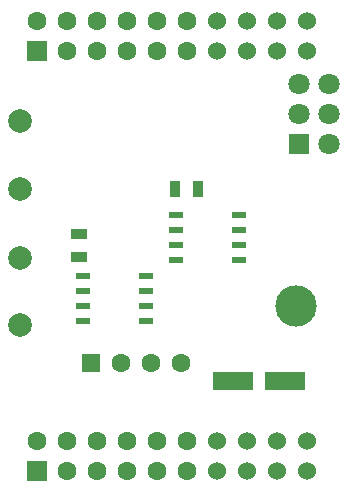
<source format=gbr>
G04 #@! TF.GenerationSoftware,KiCad,Pcbnew,5.0.0-fee4fd1~66~ubuntu16.04.1*
G04 #@! TF.CreationDate,2018-09-23T22:41:03+02:00*
G04 #@! TF.ProjectId,bus-module_atmega324,6275732D6D6F64756C655F61746D6567,B*
G04 #@! TF.SameCoordinates,Original*
G04 #@! TF.FileFunction,Soldermask,Bot*
G04 #@! TF.FilePolarity,Negative*
%FSLAX46Y46*%
G04 Gerber Fmt 4.6, Leading zero omitted, Abs format (unit mm)*
G04 Created by KiCad (PCBNEW 5.0.0-fee4fd1~66~ubuntu16.04.1) date Sun Sep 23 22:41:03 2018*
%MOMM*%
%LPD*%
G01*
G04 APERTURE LIST*
%ADD10C,1.800000*%
%ADD11R,1.800000X1.800000*%
%ADD12R,1.143000X0.508000*%
%ADD13C,2.000000*%
%ADD14C,1.600000*%
%ADD15R,1.600000X1.600000*%
%ADD16R,3.500120X1.600200*%
%ADD17R,0.889000X1.397000*%
%ADD18R,1.397000X0.889000*%
%ADD19R,1.651000X1.651000*%
%ADD20C,1.600200*%
%ADD21C,1.524000*%
%ADD22C,3.500000*%
G04 APERTURE END LIST*
D10*
G04 #@! TO.C,J3*
X113290000Y-86262500D03*
X110750000Y-86262500D03*
X113290000Y-88802500D03*
X110750000Y-88802500D03*
X113290000Y-91342500D03*
D11*
X110750000Y-91342500D03*
G04 #@! TD*
D12*
G04 #@! TO.C,U4*
X97867000Y-106305000D03*
X97867000Y-105035000D03*
X97867000Y-103765000D03*
X92533000Y-106305000D03*
X92533000Y-105035000D03*
X92533000Y-103765000D03*
X97867000Y-102495000D03*
X92533000Y-102495000D03*
G04 #@! TD*
G04 #@! TO.C,U5*
X105667000Y-101155000D03*
X105667000Y-99885000D03*
X105667000Y-98615000D03*
X100333000Y-101155000D03*
X100333000Y-99885000D03*
X100333000Y-98615000D03*
X105667000Y-97345000D03*
X100333000Y-97345000D03*
G04 #@! TD*
D13*
G04 #@! TO.C,J8*
X87170000Y-89352500D03*
G04 #@! TD*
G04 #@! TO.C,J7*
X87170000Y-95152500D03*
G04 #@! TD*
G04 #@! TO.C,J6*
X87170000Y-100952500D03*
G04 #@! TD*
G04 #@! TO.C,J5*
X87170000Y-106652500D03*
G04 #@! TD*
D14*
G04 #@! TO.C,U6*
X100762000Y-109803500D03*
X98222000Y-109803500D03*
X95682000Y-109803500D03*
D15*
X93142000Y-109803500D03*
G04 #@! TD*
D16*
G04 #@! TO.C,C9*
X105166360Y-111327500D03*
X109565640Y-111327500D03*
G04 #@! TD*
D17*
G04 #@! TO.C,C10*
X100317500Y-95071500D03*
X102222500Y-95071500D03*
G04 #@! TD*
D18*
G04 #@! TO.C,C11*
X92126000Y-100850000D03*
X92126000Y-98945000D03*
G04 #@! TD*
D19*
G04 #@! TO.C,J1*
X88570000Y-83387500D03*
D20*
X88570000Y-80847500D03*
X91110000Y-83387500D03*
X91110000Y-80847500D03*
X93650000Y-83387500D03*
X93650000Y-80847500D03*
X96190000Y-83387500D03*
X96190000Y-80847500D03*
X98730000Y-83387500D03*
X98730000Y-80847500D03*
X101270000Y-83387500D03*
X101270000Y-80847500D03*
D21*
X103810000Y-83387500D03*
X103810000Y-80847500D03*
X106350000Y-83387500D03*
X106350000Y-80847500D03*
X108890000Y-83387500D03*
X108890000Y-80847500D03*
X111430000Y-83387500D03*
X111430000Y-80847500D03*
G04 #@! TD*
D19*
G04 #@! TO.C,J2*
X88570000Y-118947500D03*
D20*
X88570000Y-116407500D03*
X91110000Y-118947500D03*
X91110000Y-116407500D03*
X93650000Y-118947500D03*
X93650000Y-116407500D03*
X96190000Y-118947500D03*
X96190000Y-116407500D03*
X98730000Y-118947500D03*
X98730000Y-116407500D03*
X101270000Y-118947500D03*
X101270000Y-116407500D03*
D21*
X103810000Y-118947500D03*
X103810000Y-116407500D03*
X106350000Y-118947500D03*
X106350000Y-116407500D03*
X108890000Y-118947500D03*
X108890000Y-116407500D03*
X111430000Y-118947500D03*
X111430000Y-116407500D03*
G04 #@! TD*
D22*
G04 #@! TO.C,H1*
X110500000Y-105000000D03*
G04 #@! TD*
M02*

</source>
